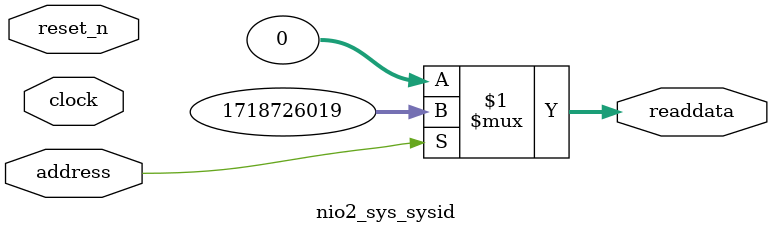
<source format=v>



// synthesis translate_off
`timescale 1ns / 1ps
// synthesis translate_on

// turn off superfluous verilog processor warnings 
// altera message_level Level1 
// altera message_off 10034 10035 10036 10037 10230 10240 10030 

module nio2_sys_sysid (
               // inputs:
                address,
                clock,
                reset_n,

               // outputs:
                readdata
             )
;

  output  [ 31: 0] readdata;
  input            address;
  input            clock;
  input            reset_n;

  wire    [ 31: 0] readdata;
  //control_slave, which is an e_avalon_slave
  assign readdata = address ? 1718726019 : 0;

endmodule



</source>
